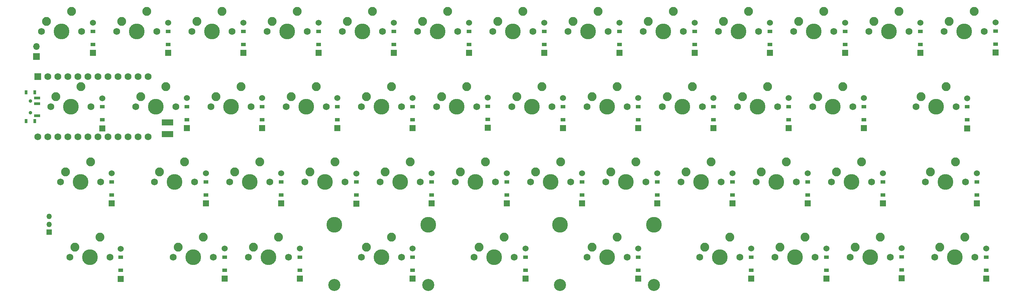
<source format=gbr>
%TF.GenerationSoftware,KiCad,Pcbnew,(6.0.7)*%
%TF.CreationDate,2022-12-22T17:21:42+01:00*%
%TF.ProjectId,Kestrel47,4b657374-7265-46c3-9437-2e6b69636164,rev?*%
%TF.SameCoordinates,Original*%
%TF.FileFunction,Soldermask,Bot*%
%TF.FilePolarity,Negative*%
%FSLAX46Y46*%
G04 Gerber Fmt 4.6, Leading zero omitted, Abs format (unit mm)*
G04 Created by KiCad (PCBNEW (6.0.7)) date 2022-12-22 17:21:42*
%MOMM*%
%LPD*%
G01*
G04 APERTURE LIST*
%ADD10R,0.800000X1.000000*%
%ADD11R,1.500000X0.700000*%
%ADD12C,0.900000*%
%ADD13C,1.750000*%
%ADD14C,3.987800*%
%ADD15C,2.250000*%
%ADD16R,1.752600X1.752600*%
%ADD17C,1.752600*%
%ADD18R,1.350000X1.350000*%
%ADD19O,1.350000X1.350000*%
%ADD20R,3.000000X1.500000*%
%ADD21R,1.200000X0.900000*%
%ADD22R,1.524000X1.524000*%
%ADD23C,1.524000*%
%ADD24C,3.048000*%
%ADD25R,1.700000X1.700000*%
%ADD26O,1.700000X1.700000*%
G04 APERTURE END LIST*
D10*
%TO.C,SW2*%
X16362500Y-40800000D03*
X18562500Y-40800000D03*
X18562500Y-48100000D03*
X16362500Y-48100000D03*
D11*
X19212500Y-42200000D03*
X19212500Y-43700000D03*
X19212500Y-46700000D03*
D12*
X17462500Y-42950000D03*
X17462500Y-45950000D03*
%TD*%
D13*
%TO.C,MX6*%
X54292500Y-44450000D03*
X44132500Y-44450000D03*
D14*
X49212500Y-44450000D03*
D15*
X45402500Y-41910000D03*
X51752500Y-39370000D03*
%TD*%
D16*
%TO.C,U1*%
X19367500Y-36830000D03*
D17*
X21907500Y-36830000D03*
X24447500Y-36830000D03*
X26987500Y-36830000D03*
X29527500Y-36830000D03*
X32067500Y-36830000D03*
X34607500Y-36830000D03*
X37147500Y-36830000D03*
X39687500Y-36830000D03*
X42227500Y-36830000D03*
X44767500Y-36830000D03*
X47307500Y-36830000D03*
X47307500Y-52070000D03*
X44767500Y-52070000D03*
X42227500Y-52070000D03*
X39687500Y-52070000D03*
X37147500Y-52070000D03*
X34607500Y-52070000D03*
X32067500Y-52070000D03*
X29527500Y-52070000D03*
X26987500Y-52070000D03*
X24447500Y-52070000D03*
X21907500Y-52070000D03*
X19367500Y-52070000D03*
%TD*%
D18*
%TO.C,J1*%
X22225000Y-76200000D03*
D19*
X22225000Y-74200000D03*
X22225000Y-72200000D03*
%TD*%
D20*
%TO.C,BT1*%
X52197000Y-51411000D03*
X52197000Y-48411000D03*
%TD*%
D21*
%TO.C,D29*%
X176212500Y-66737500D03*
D22*
X176212500Y-68897500D03*
D21*
X176212500Y-63437500D03*
D23*
X176212500Y-61277500D03*
%TD*%
D22*
%TO.C,D7*%
X61912500Y-68897500D03*
D21*
X61912500Y-66737500D03*
X61912500Y-63437500D03*
D23*
X61912500Y-61277500D03*
%TD*%
D14*
%TO.C,MX27*%
X158750000Y-25400000D03*
D13*
X153670000Y-25400000D03*
X163830000Y-25400000D03*
D15*
X154940000Y-22860000D03*
X161290000Y-20320000D03*
%TD*%
D22*
%TO.C,D43*%
X242887500Y-30797500D03*
D21*
X242887500Y-28637500D03*
X242887500Y-25337500D03*
D23*
X242887500Y-23177500D03*
%TD*%
D22*
%TO.C,D47*%
X261937500Y-30735000D03*
D21*
X261937500Y-28575000D03*
D23*
X261937500Y-23115000D03*
D21*
X261937500Y-25275000D03*
%TD*%
D13*
%TO.C,MX45*%
X244157500Y-63500000D03*
D14*
X249237500Y-63500000D03*
D13*
X254317500Y-63500000D03*
D15*
X245427500Y-60960000D03*
X251777500Y-58420000D03*
%TD*%
D21*
%TO.C,D17*%
X109537500Y-28637500D03*
D22*
X109537500Y-30797500D03*
D23*
X109537500Y-23177500D03*
D21*
X109537500Y-25337500D03*
%TD*%
D14*
%TO.C,MX32*%
X182562500Y-44450000D03*
D13*
X177482500Y-44450000D03*
X187642500Y-44450000D03*
D15*
X178752500Y-41910000D03*
X185102500Y-39370000D03*
%TD*%
D21*
%TO.C,D38*%
X219075000Y-85787500D03*
D22*
X219075000Y-87947500D03*
D23*
X219075000Y-80327500D03*
D21*
X219075000Y-82487500D03*
%TD*%
D22*
%TO.C,D2*%
X35687000Y-49911000D03*
D21*
X35687000Y-47751000D03*
X35687000Y-44451000D03*
D23*
X35687000Y-42291000D03*
%TD*%
D13*
%TO.C,MX37*%
X211455000Y-63500000D03*
X201295000Y-63500000D03*
D14*
X206375000Y-63500000D03*
D15*
X202565000Y-60960000D03*
X208915000Y-58420000D03*
%TD*%
D21*
%TO.C,D18*%
X114300000Y-47687500D03*
D22*
X114300000Y-49847500D03*
D23*
X114300000Y-42227500D03*
D21*
X114300000Y-44387500D03*
%TD*%
D14*
%TO.C,MX13*%
X82550000Y-25400000D03*
D13*
X77470000Y-25400000D03*
X87630000Y-25400000D03*
D15*
X78740000Y-22860000D03*
X85090000Y-20320000D03*
%TD*%
D22*
%TO.C,D46*%
X259588000Y-87947500D03*
D21*
X259588000Y-85787500D03*
D23*
X259588000Y-80327500D03*
D21*
X259588000Y-82487500D03*
%TD*%
D13*
%TO.C,MX10*%
X63182500Y-44450000D03*
X73342500Y-44450000D03*
D14*
X68262500Y-44450000D03*
D15*
X64452500Y-41910000D03*
X70802500Y-39370000D03*
%TD*%
D22*
%TO.C,D31*%
X185737500Y-30797500D03*
D21*
X185737500Y-28637500D03*
X185737500Y-25337500D03*
D23*
X185737500Y-23177500D03*
%TD*%
D13*
%TO.C,MX23*%
X140017500Y-82550000D03*
D14*
X134937500Y-82550000D03*
D13*
X129857500Y-82550000D03*
D15*
X131127500Y-80010000D03*
X137477500Y-77470000D03*
%TD*%
D13*
%TO.C,MX33*%
X192405000Y-63500000D03*
X182245000Y-63500000D03*
D14*
X187325000Y-63500000D03*
D15*
X183515000Y-60960000D03*
X189865000Y-58420000D03*
%TD*%
D22*
%TO.C,D8*%
X66675000Y-87947500D03*
D21*
X66675000Y-85787500D03*
X66675000Y-82487500D03*
D23*
X66675000Y-80327500D03*
%TD*%
D13*
%TO.C,MX22*%
X125095000Y-63500000D03*
X135255000Y-63500000D03*
D14*
X130175000Y-63500000D03*
D15*
X126365000Y-60960000D03*
X132715000Y-58420000D03*
%TD*%
D22*
%TO.C,D22*%
X138112500Y-68897500D03*
D21*
X138112500Y-66737500D03*
D23*
X138112500Y-61277500D03*
D21*
X138112500Y-63437500D03*
%TD*%
D22*
%TO.C,D37*%
X214312500Y-68897500D03*
D21*
X214312500Y-66737500D03*
D23*
X214312500Y-61277500D03*
D21*
X214312500Y-63437500D03*
%TD*%
D13*
%TO.C,MX17*%
X106680000Y-25400000D03*
D14*
X101600000Y-25400000D03*
D13*
X96520000Y-25400000D03*
D15*
X97790000Y-22860000D03*
X104140000Y-20320000D03*
%TD*%
D22*
%TO.C,D16*%
X114300000Y-87947500D03*
D21*
X114300000Y-85787500D03*
D23*
X114300000Y-80327500D03*
D21*
X114300000Y-82487500D03*
%TD*%
D13*
%TO.C,MX24*%
X134620000Y-25400000D03*
D14*
X139700000Y-25400000D03*
D13*
X144780000Y-25400000D03*
D15*
X135890000Y-22860000D03*
X142240000Y-20320000D03*
%TD*%
D14*
%TO.C,MX40*%
X220662500Y-44450000D03*
D13*
X215582500Y-44450000D03*
X225742500Y-44450000D03*
D15*
X216852500Y-41910000D03*
X223202500Y-39370000D03*
%TD*%
D21*
%TO.C,D15*%
X100012500Y-66800000D03*
D22*
X100012500Y-68960000D03*
D23*
X100012500Y-61340000D03*
D21*
X100012500Y-63500000D03*
%TD*%
D14*
%TO.C,MX20*%
X120650000Y-25400000D03*
D13*
X115570000Y-25400000D03*
X125730000Y-25400000D03*
D15*
X116840000Y-22860000D03*
X123190000Y-20320000D03*
%TD*%
D23*
%TO.C,D6*%
X57150000Y-42227500D03*
D21*
X57150000Y-44387500D03*
D22*
X57150000Y-49847500D03*
D21*
X57150000Y-47687500D03*
%TD*%
D13*
%TO.C,MX16*%
X101282500Y-82550000D03*
D14*
X106362500Y-82550000D03*
D13*
X111442500Y-82550000D03*
D14*
X94456250Y-74295000D03*
D24*
X94456250Y-89535000D03*
X118268750Y-89535000D03*
D14*
X118268750Y-74295000D03*
D15*
X102552500Y-80010000D03*
X108902500Y-77470000D03*
%TD*%
D14*
%TO.C,MX2*%
X27772544Y-44451161D03*
D13*
X22692544Y-44451161D03*
X32852544Y-44451161D03*
D15*
X23962544Y-41911161D03*
X30312544Y-39371161D03*
%TD*%
D14*
%TO.C,MX36*%
X201612500Y-44450000D03*
D13*
X206692500Y-44450000D03*
X196532500Y-44450000D03*
D15*
X197802500Y-41910000D03*
X204152500Y-39370000D03*
%TD*%
D22*
%TO.C,D24*%
X147637500Y-30797500D03*
D21*
X147637500Y-28637500D03*
D23*
X147637500Y-23177500D03*
D21*
X147637500Y-25337500D03*
%TD*%
D13*
%TO.C,MX38*%
X206057500Y-82550000D03*
X216217500Y-82550000D03*
D14*
X211137500Y-82550000D03*
D15*
X207327500Y-80010000D03*
X213677500Y-77470000D03*
%TD*%
D21*
%TO.C,D19*%
X119062500Y-66737500D03*
D22*
X119062500Y-68897500D03*
D23*
X119062500Y-61277500D03*
D21*
X119062500Y-63437500D03*
%TD*%
D13*
%TO.C,MX8*%
X53657500Y-82550000D03*
D14*
X58737500Y-82550000D03*
D13*
X63817500Y-82550000D03*
D15*
X54927500Y-80010000D03*
X61277500Y-77470000D03*
%TD*%
D13*
%TO.C,MX3*%
X25082500Y-63500000D03*
D14*
X30162500Y-63500000D03*
D13*
X35242500Y-63500000D03*
D15*
X26352500Y-60960000D03*
X32702500Y-58420000D03*
%TD*%
D22*
%TO.C,D9*%
X71437500Y-30797500D03*
D21*
X71437500Y-28637500D03*
X71437500Y-25337500D03*
D23*
X71437500Y-23177500D03*
%TD*%
D22*
%TO.C,D1*%
X33337500Y-30797500D03*
D21*
X33337500Y-28637500D03*
X33337500Y-25337500D03*
D23*
X33337500Y-23177500D03*
%TD*%
D22*
%TO.C,D32*%
X190500000Y-49847500D03*
D21*
X190500000Y-47687500D03*
D23*
X190500000Y-42227500D03*
D21*
X190500000Y-44387500D03*
%TD*%
D13*
%TO.C,MX1*%
X30480000Y-25400000D03*
X20320000Y-25400000D03*
D14*
X25400000Y-25400000D03*
D15*
X21590000Y-22860000D03*
X27940000Y-20320000D03*
%TD*%
D13*
%TO.C,MX34*%
X187007500Y-82550000D03*
D14*
X192087500Y-82550000D03*
D13*
X197167500Y-82550000D03*
D15*
X188277500Y-80010000D03*
X194627500Y-77470000D03*
%TD*%
D14*
%TO.C,MX28*%
X163512500Y-44450000D03*
D13*
X168592500Y-44450000D03*
X158432500Y-44450000D03*
D15*
X159702500Y-41910000D03*
X166052500Y-39370000D03*
%TD*%
D14*
%TO.C,MX26*%
X149225000Y-63500000D03*
D13*
X144145000Y-63500000D03*
X154305000Y-63500000D03*
D15*
X145415000Y-60960000D03*
X151765000Y-58420000D03*
%TD*%
D22*
%TO.C,D3*%
X38100000Y-68897500D03*
D21*
X38100000Y-66737500D03*
X38100000Y-63437500D03*
D23*
X38100000Y-61277500D03*
%TD*%
D13*
%TO.C,MX4*%
X37617923Y-82550000D03*
X27457923Y-82550000D03*
D14*
X32537923Y-82550000D03*
D15*
X28727923Y-80010000D03*
X35077923Y-77470000D03*
%TD*%
D13*
%TO.C,MX46*%
X256714806Y-82550000D03*
D14*
X251634806Y-82550000D03*
D13*
X246554806Y-82550000D03*
D15*
X247824806Y-80010000D03*
X254174806Y-77470000D03*
%TD*%
D14*
%TO.C,MX18*%
X106362500Y-44450000D03*
D13*
X111442500Y-44450000D03*
X101282500Y-44450000D03*
D15*
X102552500Y-41910000D03*
X108902500Y-39370000D03*
%TD*%
D22*
%TO.C,D42*%
X238125000Y-87885000D03*
D21*
X238125000Y-85725000D03*
D23*
X238125000Y-80265000D03*
D21*
X238125000Y-82425000D03*
%TD*%
D13*
%TO.C,MX15*%
X86995000Y-63500000D03*
X97155000Y-63500000D03*
D14*
X92075000Y-63500000D03*
D15*
X88265000Y-60960000D03*
X94615000Y-58420000D03*
%TD*%
D21*
%TO.C,D21*%
X133350000Y-47625000D03*
D22*
X133350000Y-49785000D03*
D23*
X133350000Y-42165000D03*
D21*
X133350000Y-44325000D03*
%TD*%
D22*
%TO.C,D28*%
X171450000Y-49847500D03*
D21*
X171450000Y-47687500D03*
X171450000Y-44387500D03*
D23*
X171450000Y-42227500D03*
%TD*%
D13*
%TO.C,MX29*%
X173355000Y-63500000D03*
D14*
X168275000Y-63500000D03*
D13*
X163195000Y-63500000D03*
D15*
X164465000Y-60960000D03*
X170815000Y-58420000D03*
%TD*%
D21*
%TO.C,D40*%
X228600000Y-47687500D03*
D22*
X228600000Y-49847500D03*
D23*
X228600000Y-42227500D03*
D21*
X228600000Y-44387500D03*
%TD*%
D14*
%TO.C,MX25*%
X144462500Y-44450000D03*
D13*
X139382500Y-44450000D03*
X149542500Y-44450000D03*
D15*
X140652500Y-41910000D03*
X147002500Y-39370000D03*
%TD*%
D14*
%TO.C,MX39*%
X215900000Y-25400000D03*
D13*
X210820000Y-25400000D03*
X220980000Y-25400000D03*
D15*
X212090000Y-22860000D03*
X218440000Y-20320000D03*
%TD*%
D21*
%TO.C,D45*%
X257175000Y-66737500D03*
D22*
X257175000Y-68897500D03*
D23*
X257175000Y-61277500D03*
D21*
X257175000Y-63437500D03*
%TD*%
%TO.C,D4*%
X40386000Y-85851000D03*
D22*
X40386000Y-88011000D03*
D21*
X40386000Y-82551000D03*
D23*
X40386000Y-80391000D03*
%TD*%
D13*
%TO.C,MX5*%
X49530000Y-25400000D03*
D14*
X44450000Y-25400000D03*
D13*
X39370000Y-25400000D03*
D15*
X40640000Y-22860000D03*
X46990000Y-20320000D03*
%TD*%
D21*
%TO.C,D34*%
X200025000Y-85787500D03*
D22*
X200025000Y-87947500D03*
D21*
X200025000Y-82487500D03*
D23*
X200025000Y-80327500D03*
%TD*%
D14*
%TO.C,MX44*%
X246872306Y-44450000D03*
D13*
X251952306Y-44450000D03*
X241792306Y-44450000D03*
D15*
X243062306Y-41910000D03*
X249412306Y-39370000D03*
%TD*%
D13*
%TO.C,MX12*%
X82867500Y-82550000D03*
D14*
X77787500Y-82550000D03*
D13*
X72707500Y-82550000D03*
D15*
X73977500Y-80010000D03*
X80327500Y-77470000D03*
%TD*%
D21*
%TO.C,D14*%
X95250000Y-47687500D03*
D22*
X95250000Y-49847500D03*
D21*
X95250000Y-44387500D03*
D23*
X95250000Y-42227500D03*
%TD*%
D22*
%TO.C,D10*%
X76200000Y-49847500D03*
D21*
X76200000Y-47687500D03*
D23*
X76200000Y-42227500D03*
D21*
X76200000Y-44387500D03*
%TD*%
D22*
%TO.C,D26*%
X157162500Y-68897500D03*
D21*
X157162500Y-66737500D03*
X157162500Y-63437500D03*
D23*
X157162500Y-61277500D03*
%TD*%
D22*
%TO.C,D5*%
X52387500Y-30797500D03*
D21*
X52387500Y-28637500D03*
X52387500Y-25337500D03*
D23*
X52387500Y-23177500D03*
%TD*%
D22*
%TO.C,D25*%
X152400000Y-49847500D03*
D21*
X152400000Y-47687500D03*
X152400000Y-44387500D03*
D23*
X152400000Y-42227500D03*
%TD*%
D13*
%TO.C,MX31*%
X182880000Y-25400000D03*
X172720000Y-25400000D03*
D14*
X177800000Y-25400000D03*
D15*
X173990000Y-22860000D03*
X180340000Y-20320000D03*
%TD*%
D14*
%TO.C,MX19*%
X111125000Y-63500000D03*
D13*
X116205000Y-63500000D03*
X106045000Y-63500000D03*
D15*
X107315000Y-60960000D03*
X113665000Y-58420000D03*
%TD*%
D13*
%TO.C,MX7*%
X48895000Y-63500000D03*
D14*
X53975000Y-63500000D03*
D13*
X59055000Y-63500000D03*
D15*
X50165000Y-60960000D03*
X56515000Y-58420000D03*
%TD*%
D21*
%TO.C,D33*%
X195262500Y-66737500D03*
D22*
X195262500Y-68897500D03*
D21*
X195262500Y-63437500D03*
D23*
X195262500Y-61277500D03*
%TD*%
D21*
%TO.C,D35*%
X204787500Y-28637500D03*
D22*
X204787500Y-30797500D03*
D21*
X204787500Y-25337500D03*
D23*
X204787500Y-23177500D03*
%TD*%
D21*
%TO.C,D20*%
X128587500Y-28637500D03*
D22*
X128587500Y-30797500D03*
D21*
X128587500Y-25337500D03*
D23*
X128587500Y-23177500D03*
%TD*%
D21*
%TO.C,D23*%
X142875000Y-85787500D03*
D22*
X142875000Y-87947500D03*
D23*
X142875000Y-80327500D03*
D21*
X142875000Y-82487500D03*
%TD*%
D13*
%TO.C,MX42*%
X225107500Y-82550000D03*
D14*
X230187500Y-82550000D03*
D13*
X235267500Y-82550000D03*
D15*
X226377500Y-80010000D03*
X232727500Y-77470000D03*
%TD*%
D14*
%TO.C,MX11*%
X73025000Y-63500000D03*
D13*
X67945000Y-63500000D03*
X78105000Y-63500000D03*
D15*
X69215000Y-60960000D03*
X75565000Y-58420000D03*
%TD*%
D21*
%TO.C,D27*%
X166687500Y-28637500D03*
D22*
X166687500Y-30797500D03*
D21*
X166687500Y-25337500D03*
D23*
X166687500Y-23177500D03*
%TD*%
D22*
%TO.C,D12*%
X85725000Y-87947500D03*
D21*
X85725000Y-85787500D03*
D23*
X85725000Y-80327500D03*
D21*
X85725000Y-82487500D03*
%TD*%
D13*
%TO.C,MX47*%
X259080000Y-25400000D03*
X248920000Y-25400000D03*
D14*
X254000000Y-25400000D03*
D15*
X250190000Y-22860000D03*
X256540000Y-20320000D03*
%TD*%
D13*
%TO.C,MX43*%
X240030000Y-25400000D03*
D14*
X234950000Y-25400000D03*
D13*
X229870000Y-25400000D03*
D15*
X231140000Y-22860000D03*
X237490000Y-20320000D03*
%TD*%
D14*
%TO.C,MX14*%
X87312500Y-44450000D03*
D13*
X92392500Y-44450000D03*
X82232500Y-44450000D03*
D15*
X83502500Y-41910000D03*
X89852500Y-39370000D03*
%TD*%
D22*
%TO.C,D41*%
X233362500Y-68897500D03*
D21*
X233362500Y-66737500D03*
D23*
X233362500Y-61277500D03*
D21*
X233362500Y-63437500D03*
%TD*%
%TO.C,D44*%
X254762000Y-47751000D03*
D22*
X254762000Y-49911000D03*
D21*
X254762000Y-44451000D03*
D23*
X254762000Y-42291000D03*
%TD*%
D22*
%TO.C,D39*%
X223837500Y-30797500D03*
D21*
X223837500Y-28637500D03*
D23*
X223837500Y-23177500D03*
D21*
X223837500Y-25337500D03*
%TD*%
%TO.C,D30*%
X171450000Y-85787500D03*
D22*
X171450000Y-87947500D03*
D23*
X171450000Y-80327500D03*
D21*
X171450000Y-82487500D03*
%TD*%
D13*
%TO.C,MX9*%
X68580000Y-25400000D03*
D14*
X63500000Y-25400000D03*
D13*
X58420000Y-25400000D03*
D15*
X59690000Y-22860000D03*
X66040000Y-20320000D03*
%TD*%
D21*
%TO.C,D36*%
X209550000Y-47687500D03*
D22*
X209550000Y-49847500D03*
D21*
X209550000Y-44387500D03*
D23*
X209550000Y-42227500D03*
%TD*%
D22*
%TO.C,D13*%
X90487500Y-30797500D03*
D21*
X90487500Y-28637500D03*
D23*
X90487500Y-23177500D03*
D21*
X90487500Y-25337500D03*
%TD*%
D24*
%TO.C,MX30*%
X151606250Y-89535000D03*
D13*
X168592500Y-82550000D03*
D14*
X175418750Y-74295000D03*
D24*
X175418750Y-89535000D03*
D13*
X158432500Y-82550000D03*
D14*
X163512500Y-82550000D03*
X151606250Y-74295000D03*
D15*
X159702500Y-80010000D03*
X166052500Y-77470000D03*
%TD*%
D14*
%TO.C,MX35*%
X196850000Y-25400000D03*
D13*
X201930000Y-25400000D03*
X191770000Y-25400000D03*
D15*
X193040000Y-22860000D03*
X199390000Y-20320000D03*
%TD*%
D13*
%TO.C,MX21*%
X130492500Y-44450000D03*
D14*
X125412500Y-44450000D03*
D13*
X120332500Y-44450000D03*
D15*
X121602500Y-41910000D03*
X127952500Y-39370000D03*
%TD*%
D22*
%TO.C,D11*%
X80962500Y-68897500D03*
D21*
X80962500Y-66737500D03*
X80962500Y-63437500D03*
D23*
X80962500Y-61277500D03*
%TD*%
D14*
%TO.C,MX41*%
X225425000Y-63500000D03*
D13*
X230505000Y-63500000D03*
X220345000Y-63500000D03*
D15*
X221615000Y-60960000D03*
X227965000Y-58420000D03*
%TD*%
D25*
%TO.C,SW1*%
X19050000Y-31750000D03*
D26*
X19050000Y-29210000D03*
%TD*%
M02*

</source>
